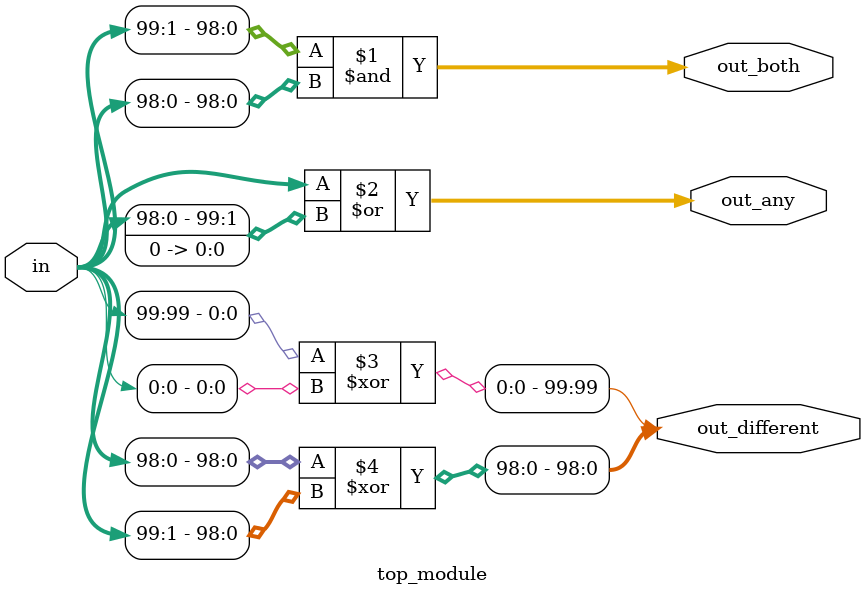
<source format=sv>
module top_module (
    input [99:0] in,
    output [98:0] out_both,
    output [99:0] out_any,
    output [99:0] out_different
);

    assign out_both = in[99:1] & in[98:0]; // Bit-wise AND, 99 bits
    assign out_any = in | {in[98:0], 1'b0}; // Bit-wise OR, 100 bits. Shifted input needs to be extended by 1 bit
    assign out_different[99] = in[99] ^ in[0]; // Special case for the first bit of out_different
    assign out_different[98:0] = in[98:0] ^ in[99:1]; // Bit-wise XOR, 99 bits starting from bit[98]

endmodule

</source>
